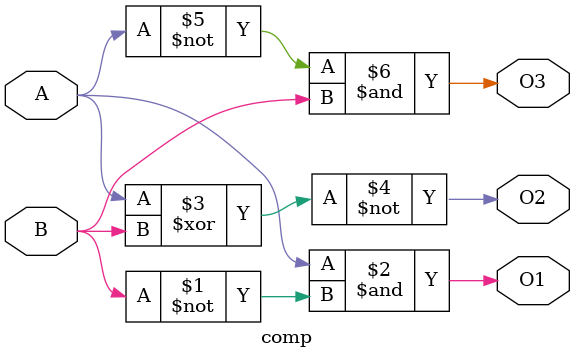
<source format=v>
module comp(
    input A,
    input B,
    output O1,
    output O2,
    output O3
);

assign O1 = A & (~B);
assign O2 = ~(A^B);
assign O3 = (~A) & B;

endmodule
</source>
